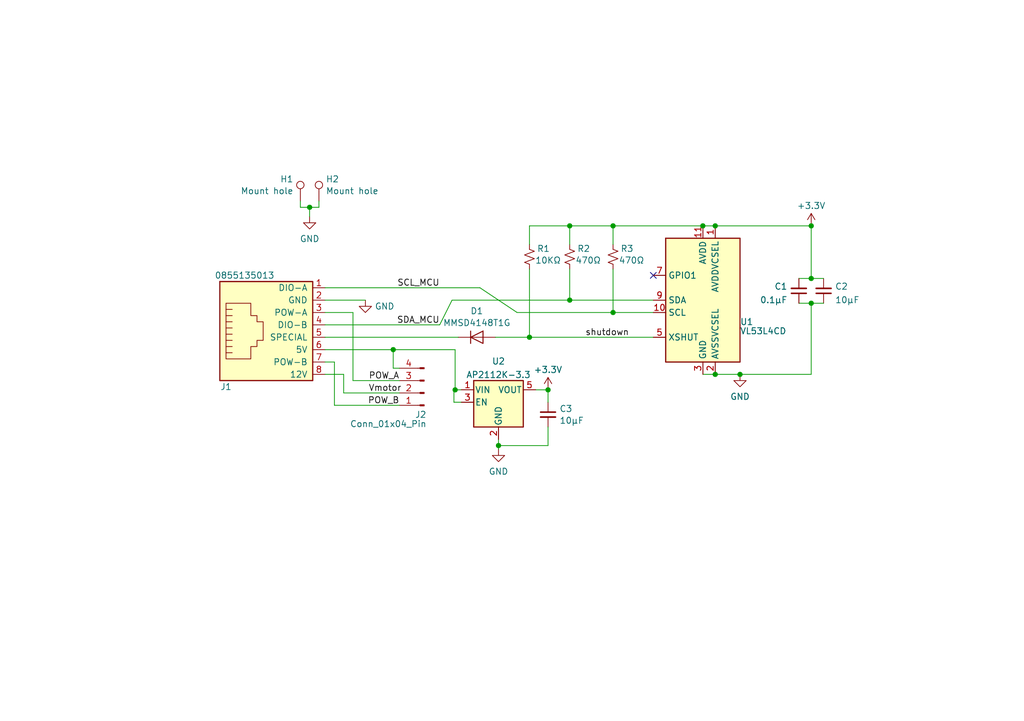
<source format=kicad_sch>
(kicad_sch (version 20231120) (generator "eeschema") (generator_version "8.0")
  (paper "A5")
  (title_block (title "Nosepoke Rear TOF") (date "2024-07-22") (rev "1.0"))
  (lib_symbols
    (symbol "Connector:Conn_01x04_Pin" (pin_names (offset 1.016) hide)
      (property "Reference" "J" (at 0 5.08 0))
      (property "Value" "Conn_01x04_Pin" (at 0 -7.62 0))
      (symbol "Conn_01x04_Pin_1_1"
        (polyline (pts (xy 1.27 -5.08) (xy 0.8636 -5.08)) (stroke (width 0.1524)))
        (polyline (pts (xy 1.27 -2.54) (xy 0.8636 -2.54)) (stroke (width 0.1524)))
        (polyline (pts (xy 1.27 0) (xy 0.8636 0)) (stroke (width 0.1524)))
        (polyline (pts (xy 1.27 2.54) (xy 0.8636 2.54)) (stroke (width 0.1524)))
        (rectangle (start 0.8636 -4.953) (end 0 -5.207) (stroke (width 0.1524)) (fill (type outline)))
        (rectangle (start 0.8636 -2.413) (end 0 -2.667) (stroke (width 0.1524)) (fill (type outline)))
        (rectangle (start 0.8636 0.127) (end 0 -0.127) (stroke (width 0.1524)) (fill (type outline)))
        (rectangle (start 0.8636 2.667) (end 0 2.413) (stroke (width 0.1524)) (fill (type outline)))
        (pin passive line (at 5.08 2.54 180) (length 3.81) (name "Pin_1") (number "1"))
        (pin passive line (at 5.08 0 180) (length 3.81) (name "Pin_2") (number "2"))
        (pin passive line (at 5.08 -2.54 180) (length 3.81) (name "Pin_3") (number "3"))
        (pin passive line (at 5.08 -5.08 180) (length 3.81) (name "Pin_4") (number "4"))
      )
    )
    (symbol "Connector:TestPoint" (pin_numbers hide) (pin_names (offset 0.762) hide)
      (property "Reference" "TP" (at 0 6.858 0))
      (property "Value" "TestPoint" (at 0 5.08 0))
      (symbol "TestPoint_0_1"
        (circle (center 0 3.302) (radius 0.762))
      )
      (symbol "TestPoint_1_1"
        (pin passive line (at 0 0 90) (length 2.54) (name "1") (number "1"))
      )
    )
    (symbol "Device:C_Small" (pin_numbers hide) (pin_names (offset 0.254) hide)
      (property "Reference" "C" (at 0.254 1.778 0))
      (property "Value" "C_Small" (at 0.254 -2.032 0))
      (symbol "C_Small_0_1"
        (polyline (pts (xy -1.524 -0.508) (xy 1.524 -0.508)) (stroke (width 0.3302)))
        (polyline (pts (xy -1.524 0.508) (xy 1.524 0.508)) (stroke (width 0.3048)))
      )
      (symbol "C_Small_1_1"
        (pin passive line (at 0 2.54 270) (length 2.032) (name "~") (number "1"))
        (pin passive line (at 0 -2.54 90) (length 2.032) (name "~") (number "2"))
      )
    )
    (symbol "Device:R_Small_US" (pin_numbers hide) (pin_names (offset 0.254) hide)
      (property "Reference" "R" (at 0.762 0.508 0))
      (property "Value" "R_Small_US" (at 0.762 -1.016 0))
      (symbol "R_Small_US_1_1"
        (polyline (pts (xy 0 0) (xy 1.016 -0.381) (xy 0 -0.762) (xy -1.016 -1.143) (xy 0 -1.524)))
        (polyline (pts (xy 0 1.524) (xy 1.016 1.143) (xy 0 0.762) (xy -1.016 0.381) (xy 0 0)))
        (pin passive line (at 0 2.54 270) (length 1.016) (name "~") (number "1"))
        (pin passive line (at 0 -2.54 90) (length 1.016) (name "~") (number "2"))
      )
    )
    (symbol "asl_symbols:AP2112K-3.3" (pin_names (offset 0.254))
      (property "Reference" "U" (at -5.08 5.715 0))
      (property "Value" "AP2112K-3.3" (at 0 5.715 0))
      (symbol "AP2112K-3.3_0_1"
        (rectangle (start -5.08 4.445) (end 5.08 -5.08) (stroke (width 0.254)) (fill (type background)))
      )
      (symbol "AP2112K-3.3_1_1"
        (pin power_in line (at -7.62 2.54 0) (length 2.54) (name "VIN") (number "1"))
        (pin power_in line (at 0 -7.62 90) (length 2.54) (name "GND") (number "2"))
        (pin input line (at -7.62 0 0) (length 2.54) (name "EN") (number "3"))
        (pin no_connect line (at 7.62 0 180) (length 2.54) hide (name "NC") (number "4"))
        (pin power_out line (at 7.62 2.54 180) (length 2.54) (name "VOUT") (number "5"))
      )
    )
    (symbol "asl_symbols:RJ45_pyControl" (pin_names (offset 1.016))
      (property "Reference" "J" (at -8.89 11.43 0))
      (property "Value" "RJ45_pyControl" (at -10.16 -11.43 0))
      (symbol "RJ45_pyControl_0_1"
        (polyline (pts (xy -7.62 3.175) (xy -8.89 3.175)))
        (polyline (pts (xy -7.62 4.445) (xy -8.89 4.445)))
        (polyline (pts (xy -8.89 -4.445) (xy -7.62 -4.445) (xy -7.62 -4.445)))
        (polyline (pts (xy -8.89 -3.175) (xy -7.62 -3.175) (xy -7.62 -3.175)))
        (polyline (pts (xy -8.89 -1.905) (xy -7.62 -1.905) (xy -7.62 -1.905)))
        (polyline (pts (xy -8.89 -0.635) (xy -7.62 -0.635) (xy -7.62 -0.635)))
        (polyline (pts (xy -8.89 0.635) (xy -7.62 0.635) (xy -7.62 0.635)))
        (polyline (pts (xy -7.62 1.905) (xy -8.89 1.905) (xy -8.89 1.905)))
        (polyline (pts (xy -8.89 -5.715) (xy -8.89 5.715) (xy -3.81 5.715) (xy -3.81 3.175) (xy -2.54 3.175) (xy -2.54 1.905) (xy -1.27 1.905) (xy -1.27 -1.905) (xy -2.54 -1.905) (xy -2.54 -3.175) (xy -3.81 -3.175) (xy -3.81 -5.715) (xy -8.89 -5.715)))
        (rectangle (start 8.89 10.16) (end -10.16 -10.16) (stroke (width 0.254)) (fill (type background)))
      )
      (symbol "RJ45_pyControl_1_1"
        (pin passive line (at 11.43 -8.89 180) (length 2.54) (name "DIO-A") (number "1"))
        (pin passive line (at 11.43 -6.35 180) (length 2.54) (name "GND") (number "2"))
        (pin passive line (at 11.43 -3.81 180) (length 2.54) (name "POW-A") (number "3"))
        (pin passive line (at 11.43 -1.27 180) (length 2.54) (name "DIO-B") (number "4"))
        (pin passive line (at 11.43 1.27 180) (length 2.54) (name "SPECIAL") (number "5"))
        (pin passive line (at 11.43 3.81 180) (length 2.54) (name "5V") (number "6"))
        (pin passive line (at 11.43 6.35 180) (length 2.54) (name "POW-B") (number "7"))
        (pin passive line (at 11.43 8.89 180) (length 2.54) (name "12V") (number "8"))
      )
    )
    (symbol "asl_symbols_new:Diode" (pin_numbers hide) (pin_names (offset 1.016) hide)
      (property "Reference" "D" (at 0 2.54 0))
      (property "Value" "Diode" (at 0 -2.54 0))
      (symbol "Diode_0_1"
        (polyline (pts (xy -1.27 1.27) (xy -1.27 -1.27)) (stroke (width 0.2032)))
        (polyline (pts (xy 1.27 0) (xy -1.27 0)))
        (polyline (pts (xy 1.27 1.27) (xy 1.27 -1.27) (xy -1.27 0) (xy 1.27 1.27)) (stroke (width 0.2032)))
      )
      (symbol "Diode_1_1"
        (pin passive line (at -3.81 0 0) (length 2.54) (name "K") (number "1"))
        (pin passive line (at 3.81 0 180) (length 2.54) (name "A") (number "2"))
      )
    )
    (symbol "asl_symbols_new:VL53L4CD"
      (property "Reference" "U" (at -6.35 13.97 0))
      (property "Value" "VL53L4CD" (at 12.065 13.97 0))
      (symbol "VL53L4CD_0_1"
        (rectangle (start -7.62 12.7) (end 7.62 -12.7) (stroke (width 0.254)) (fill (type background)))
      )
      (symbol "VL53L4CD_1_1"
        (pin power_in line (at 2.54 15.24 270) (length 2.54) (name "AVDDVCSEL") (number "1"))
        (pin input line (at -10.16 -2.54 0) (length 2.54) (name "SCL") (number "10"))
        (pin power_in line (at 0 15.24 270) (length 2.54) (name "AVDD") (number "11"))
        (pin passive line (at 0 -15.24 90) (length 2.54) hide (name "GND") (number "12"))
        (pin power_in line (at 2.54 -15.24 90) (length 2.54) (name "AVSSVCSEL") (number "2"))
        (pin power_in line (at 0 -15.24 90) (length 2.54) (name "GND") (number "3"))
        (pin passive line (at 0 -15.24 90) (length 2.54) hide (name "GND") (number "4"))
        (pin input line (at -10.16 -7.62 0) (length 2.54) (name "XSHUT") (number "5"))
        (pin passive line (at 0 -15.24 90) (length 2.54) hide (name "GND") (number "6"))
        (pin open_collector line (at -10.16 5.08 0) (length 2.54) (name "GPIO1") (number "7"))
        (pin no_connect line (at -7.62 7.62 0) (length 2.54) hide (name "DNC") (number "8"))
        (pin bidirectional line (at -10.16 0 0) (length 2.54) (name "SDA") (number "9"))
      )
    )
    (symbol "power:+3.3V" (power) (pin_numbers hide) (pin_names (offset 0) hide)
      (property "Value" "+3.3V" (at 0 3.556 0))
      (symbol "+3.3V_0_1"
        (polyline (pts (xy -0.762 1.27) (xy 0 2.54)))
        (polyline (pts (xy 0 0) (xy 0 2.54)))
        (polyline (pts (xy 0 2.54) (xy 0.762 1.27)))
      )
      (symbol "+3.3V_1_1"
        (pin power_in line (at 0 0 90) (length 0) (name "~") (number "1"))
      )
    )
    (symbol "power:GND" (power) (pin_names (offset 0))
      (property "Value" "GND" (at 0 -3.81 0))
      (symbol "GND_0_1"
        (polyline (pts (xy 0 0) (xy 0 -1.27) (xy 1.27 -1.27) (xy 0 -2.54) (xy -1.27 -1.27) (xy 0 -1.27)))
      )
      (symbol "GND_1_1"
        (pin power_in line (at 0 0 270) (length 0) hide (name "GND") (number "1"))
      )
    )
  )
  (junction (at 116.84 46.355))
  (junction (at 166.37 62.23))
  (junction (at 93.345 80.01))
  (junction (at 166.37 46.355))
  (junction (at 144.145 46.355))
  (junction (at 80.645 71.755))
  (junction (at 125.73 64.135))
  (junction (at 151.765 76.835))
  (junction (at 112.395 80.01))
  (junction (at 116.84 61.595))
  (junction (at 146.685 76.835))
  (junction (at 125.73 46.355))
  (junction (at 63.5 42.545))
  (junction (at 146.685 46.355))
  (junction (at 102.235 91.44))
  (junction (at 166.37 57.15))
  (junction (at 108.585 69.215))
  (no_connect (at 133.985 56.515))
  (wire (pts (xy 116.84 46.355) (xy 116.84 50.165)))
  (wire (pts (xy 63.5 42.545) (xy 63.5 44.45)))
  (wire (pts (xy 112.395 82.55) (xy 112.395 80.01)))
  (wire (pts (xy 166.37 62.23) (xy 168.91 62.23)))
  (wire (pts (xy 166.37 57.15) (xy 168.91 57.15)))
  (wire (pts (xy 125.73 46.355) (xy 144.145 46.355)))
  (wire (pts (xy 66.675 59.055) (xy 98.425 59.055)))
  (wire (pts (xy 66.675 61.595) (xy 74.93 61.595)))
  (wire (pts (xy 61.595 41.275) (xy 61.595 42.545)))
  (wire (pts (xy 70.485 80.645) (xy 70.485 76.835)))
  (wire (pts (xy 68.58 83.185) (xy 68.58 74.295)))
  (wire (pts (xy 80.645 71.755) (xy 80.645 75.565)))
  (wire (pts (xy 125.73 46.355) (xy 125.73 50.165)))
  (wire (pts (xy 144.145 76.835) (xy 146.685 76.835)))
  (wire (pts (xy 93.345 71.755) (xy 93.345 80.01)))
  (wire (pts (xy 92.71 61.595) (xy 90.17 66.675)))
  (wire (pts (xy 116.84 46.355) (xy 125.73 46.355)))
  (wire (pts (xy 125.73 64.135) (xy 133.985 64.135)))
  (wire (pts (xy 68.58 83.185) (xy 81.915 83.185)))
  (wire (pts (xy 93.091 82.55) (xy 94.615 82.55)))
  (wire (pts (xy 70.485 76.835) (xy 66.675 76.835)))
  (wire (pts (xy 109.855 80.01) (xy 112.395 80.01)))
  (wire (pts (xy 112.395 91.44) (xy 112.395 87.63)))
  (wire (pts (xy 66.675 69.215) (xy 93.98 69.215)))
  (wire (pts (xy 116.84 61.595) (xy 133.985 61.595)))
  (wire (pts (xy 92.71 61.595) (xy 116.84 61.595)))
  (wire (pts (xy 66.675 71.755) (xy 80.645 71.755)))
  (wire (pts (xy 102.235 91.44) (xy 102.235 92.202)))
  (wire (pts (xy 106.045 64.135) (xy 125.73 64.135)))
  (wire (pts (xy 163.83 62.23) (xy 166.37 62.23)))
  (wire (pts (xy 146.685 76.835) (xy 151.765 76.835)))
  (wire (pts (xy 108.585 46.355) (xy 116.84 46.355)))
  (wire (pts (xy 144.145 46.355) (xy 146.685 46.355)))
  (wire (pts (xy 72.39 78.105) (xy 72.39 64.135)))
  (wire (pts (xy 93.345 80.01) (xy 93.091 80.01)))
  (wire (pts (xy 63.5 42.545) (xy 65.405 42.545)))
  (wire (pts (xy 116.84 55.245) (xy 116.84 61.595)))
  (wire (pts (xy 108.585 55.245) (xy 108.585 69.215)))
  (wire (pts (xy 80.645 75.565) (xy 81.915 75.565)))
  (wire (pts (xy 66.675 64.135) (xy 72.39 64.135)))
  (wire (pts (xy 101.6 69.215) (xy 108.585 69.215)))
  (wire (pts (xy 163.83 57.15) (xy 166.37 57.15)))
  (wire (pts (xy 63.5 42.545) (xy 61.595 42.545)))
  (wire (pts (xy 72.39 78.105) (xy 81.915 78.105)))
  (wire (pts (xy 70.485 80.645) (xy 81.915 80.645)))
  (wire (pts (xy 151.765 76.835) (xy 166.37 76.835)))
  (wire (pts (xy 146.685 46.355) (xy 166.37 46.355)))
  (wire (pts (xy 166.37 46.355) (xy 166.37 57.15)))
  (wire (pts (xy 80.645 71.755) (xy 93.345 71.755)))
  (wire (pts (xy 102.235 90.17) (xy 102.235 91.44)))
  (wire (pts (xy 65.405 42.545) (xy 65.405 41.275)))
  (wire (pts (xy 125.73 55.245) (xy 125.73 64.135)))
  (wire (pts (xy 98.425 59.055) (xy 106.045 64.135)))
  (wire (pts (xy 108.585 46.355) (xy 108.585 50.165)))
  (wire (pts (xy 102.235 91.44) (xy 112.395 91.44)))
  (wire (pts (xy 166.37 62.23) (xy 166.37 76.835)))
  (wire (pts (xy 93.345 80.01) (xy 94.615 80.01)))
  (wire (pts (xy 66.675 74.295) (xy 68.58 74.295)))
  (wire (pts (xy 108.585 69.215) (xy 133.985 69.215)))
  (wire (pts (xy 93.091 80.01) (xy 93.091 82.55)))
  (wire (pts (xy 66.675 66.675) (xy 90.17 66.675)))
  (label "Vmotor" (at 75.565 80.645 0))
  (label "SCL_MCU" (at 90.17 59.055 180))
  (label "POW_A" (at 81.915 78.105 180))
  (label "shutdown" (at 120.015 69.215 0))
  (label "POW_B" (at 81.915 83.185 180))
  (label "SDA_MCU" (at 90.17 66.675 180))
  (symbol (lib_id "Device:C_Small") (at 168.91 59.69 180) (unit 1)
    (property "Reference" "C2" (at 171.2342 58.7815 0) (effects (justify right)))
    (property "Value" "10µF" (at 171.2342 61.5566 0) (effects (justify right)))
    (property "Footprint" "Capacitor_SMD:C_0603_1608Metric" (effects (hide yes)))
    (property "Datasheet" "https://www.digikey.com/en/products/detail/samsung-electro-mechanics/CL10A106KQ8NNNC/3886696" (effects (hide yes)))
    (property "LCSC" "C19702" (effects (hide yes)))
  )
  (symbol (lib_id "asl_symbols:RJ45_pyControl") (at 55.245 67.945 0) (mirror x) (unit 1)
    (property "Reference" "J1" (at 46.355 79.375 0))
    (property "Value" "0855135013" (at 50.165 56.515 0))
    (property "Footprint" "asl_footprints:RJ45_SMD_Vertical" (effects (hide yes)))
    (property "Datasheet" "https://www.digikey.com/products/en?keywords=WM3553CT-ND" (effects (hide yes)))
    (property "Description" "RJ45 Jack" (effects (hide yes)))
  )
  (symbol (lib_id "power:GND") (at 74.93 61.595 0) (unit 1)
    (property "Reference" "#PWR03" (effects (hide yes)))
    (property "Value" "GND" (at 76.835 62.865 0) (effects (justify left)))
  )
  (symbol (lib_id "Connector:TestPoint") (at 61.595 41.275 0) (mirror y) (unit 1) (in_bom no)
    (property "Reference" "H1" (at 60.198 36.7608 0) (effects (justify left)))
    (property "Value" "Mount hole" (at 60.198 39.1851 0) (effects (justify left)))
    (property "Footprint" "asl_footprints:MountingHole_2.7mm_M2.5_pad" (effects (hide yes)))
    (property "Description" "test point" (effects (hide yes)))
  )
  (symbol (lib_id "asl_symbols:AP2112K-3.3") (at 102.235 82.55 0) (unit 1)
    (property "Reference" "U2" (at 102.235 74.1384 0))
    (property "Value" "AP2112K-3.3" (at 102.235 76.9135 0))
    (property "Footprint" "Package_TO_SOT_SMD:SOT-23-5" (effects (hide yes)))
    (property "Datasheet" "https://www.digikey.com/product-detail/en/diodes-incorporated/AP2112K-3.3TRG1/AP2112K-3.3TRG1DICT-ND/4505257" (effects (hide yes)))
    (property "LCSC" "C51118" (effects (hide yes)))
    (property "JLCPCB Rotation Offset" "90" (effects (hide yes)))
  )
  (symbol (lib_id "power:+3.3V") (at 166.37 46.355 0) (unit 1)
    (property "Reference" "#PWR02" (effects (hide yes)))
    (property "Value" "+3.3V" (at 166.37 42.2219 0))
    (property "Description" "Power symbol creates a global label with name \"+3.3V\"" (effects (hide yes)))
  )
  (symbol (lib_id "Device:R_Small_US") (at 116.84 52.705 0) (unit 1)
    (property "Reference" "R2" (at 118.3641 51.0345 0) (effects (justify left)))
    (property "Value" "470Ω" (at 117.9831 53.4286 0) (effects (justify left)))
    (property "Footprint" "Resistor_SMD:R_0603_1608Metric" (effects (hide yes)))
    (property "Datasheet" "https://www.digikey.com/en/products/detail/yageo/RC0603FR-0710KL/726880" (effects (hide yes)))
    (property "LCSC" "C25197" (effects (hide yes)))
  )
  (symbol (lib_id "Device:C_Small") (at 112.395 85.09 0) (mirror y) (unit 1)
    (property "Reference" "C3" (at 114.7191 83.8841 0) (effects (justify right)))
    (property "Value" "10µF" (at 114.7191 86.3084 0) (effects (justify right)))
    (property "Footprint" "Capacitor_SMD:C_0603_1608Metric" (effects (hide yes)))
    (property "Datasheet" "https://www.digikey.com/en/products/detail/samsung-electro-mechanics/CL10A106KQ8NNNC/3886696" (effects (hide yes)))
    (property "LCSC" "C19702" (effects (hide yes)))
  )
  (symbol (lib_id "Device:R_Small_US") (at 125.73 52.705 0) (unit 1)
    (property "Reference" "R3" (at 127.2541 51.0345 0) (effects (justify left)))
    (property "Value" "470Ω" (at 126.8731 53.4286 0) (effects (justify left)))
    (property "Footprint" "Resistor_SMD:R_0603_1608Metric" (effects (hide yes)))
    (property "Datasheet" "https://www.digikey.com/en/products/detail/yageo/RC0603FR-0710KL/726880" (effects (hide yes)))
    (property "LCSC" "C25197" (effects (hide yes)))
  )
  (symbol (lib_id "power:GND") (at 102.235 92.202 0) (unit 1)
    (property "Reference" "#PWR06" (effects (hide yes)))
    (property "Value" "GND" (at 102.235 96.7646 0))
  )
  (symbol (lib_id "asl_symbols_new:VL53L4CD") (at 144.145 61.595 0) (unit 1)
    (property "Reference" "U1" (at 151.765 66.04 0) (effects (justify left)))
    (property "Value" "VL53L4CD" (at 151.765 67.945 0) (effects (justify left)))
    (property "Footprint" "asl_footprints:VL53L4CD" (effects (hide yes)))
    (property "Datasheet" "https://www.digikey.com/en/products/detail/stmicroelectronics/VL53L4CDV0DH-1/16123783?s=N4IgTCBcDaIGoBkCsBmBAWAwgERAXQF8g" (effects (hide yes)))
    (property "Description" "ToF sensor, Optical LGA12" (effects (hide yes)))
  )
  (symbol (lib_id "asl_symbols_new:Diode") (at 97.79 69.215 0) (unit 1)
    (property "Reference" "D1" (at 97.79 63.8259 0))
    (property "Value" "MMSD4148T1G" (at 97.79 66.2502 0))
    (property "Footprint" "asl_footprints:D_SOD-123F" (effects (hide yes)))
    (property "Datasheet" "https://www.digikey.com/en/products/detail/onsemi/MMSD4148T1G/919705" (effects (hide yes)))
    (property "Description" "Diode" (effects (hide yes)))
  )
  (symbol (lib_id "Device:C_Small") (at 163.83 59.69 0) (mirror x) (unit 1)
    (property "Reference" "C1" (at 161.5058 58.7815 0) (effects (justify right)))
    (property "Value" "0.1µF" (at 161.5058 61.5566 0) (effects (justify right)))
    (property "Footprint" "Capacitor_SMD:C_0603_1608Metric" (effects (hide yes)))
    (property "Datasheet" "https://www.digikey.com/en/products/detail/samsung-electro-mechanics/CL10B104KB8NNNC/3886658" (effects (hide yes)))
    (property "LCSC" "C19702" (effects (hide yes)))
  )
  (symbol (lib_id "power:+3.3V") (at 112.395 80.01 0) (unit 1)
    (property "Reference" "#PWR05" (effects (hide yes)))
    (property "Value" "+3.3V" (at 112.395 75.8769 0))
    (property "Description" "Power symbol creates a global label with name \"+3.3V\"" (effects (hide yes)))
  )
  (symbol (lib_id "Device:R_Small_US") (at 108.585 52.705 0) (unit 1)
    (property "Reference" "R1" (at 110.1091 51.0345 0) (effects (justify left)))
    (property "Value" "10KΩ" (at 109.7281 53.4286 0) (effects (justify left)))
    (property "Footprint" "Resistor_SMD:R_0603_1608Metric" (effects (hide yes)))
    (property "LCSC" "C25197" (effects (hide yes)))
  )
  (symbol (lib_id "Connector:Conn_01x04_Pin") (at 86.995 80.645 180) (unit 1) (in_bom no)
    (property "Reference" "J2" (at 85.09 85.09 0) (effects (justify right)))
    (property "Value" "Conn_01x04_Pin" (at 71.755 86.995 0) (effects (justify right)))
    (property "Footprint" "asl_footprints:board_to_board_joint_4" (effects (hide yes)))
    (property "Description" "Generic connector, single row, 01x04, script generated" (effects (hide yes)))
  )
  (symbol (lib_id "power:GND") (at 151.765 76.835 0) (unit 1)
    (property "Reference" "#PWR04" (effects (hide yes)))
    (property "Value" "GND" (at 151.765 81.3976 0))
  )
  (symbol (lib_id "Connector:TestPoint") (at 65.405 41.275 0) (unit 1) (in_bom no)
    (property "Reference" "H2" (at 66.802 36.7608 0) (effects (justify left)))
    (property "Value" "Mount hole" (at 66.802 39.1851 0) (effects (justify left)))
    (property "Footprint" "asl_footprints:MountingHole_2.7mm_M2.5_pad" (effects (hide yes)))
    (property "Description" "test point" (effects (hide yes)))
  )
  (symbol (lib_id "power:GND") (at 63.5 44.45 0) (unit 1)
    (property "Reference" "#PWR01" (effects (hide yes)))
    (property "Value" "GND" (at 63.5 49.0126 0))
  )
)
</source>
